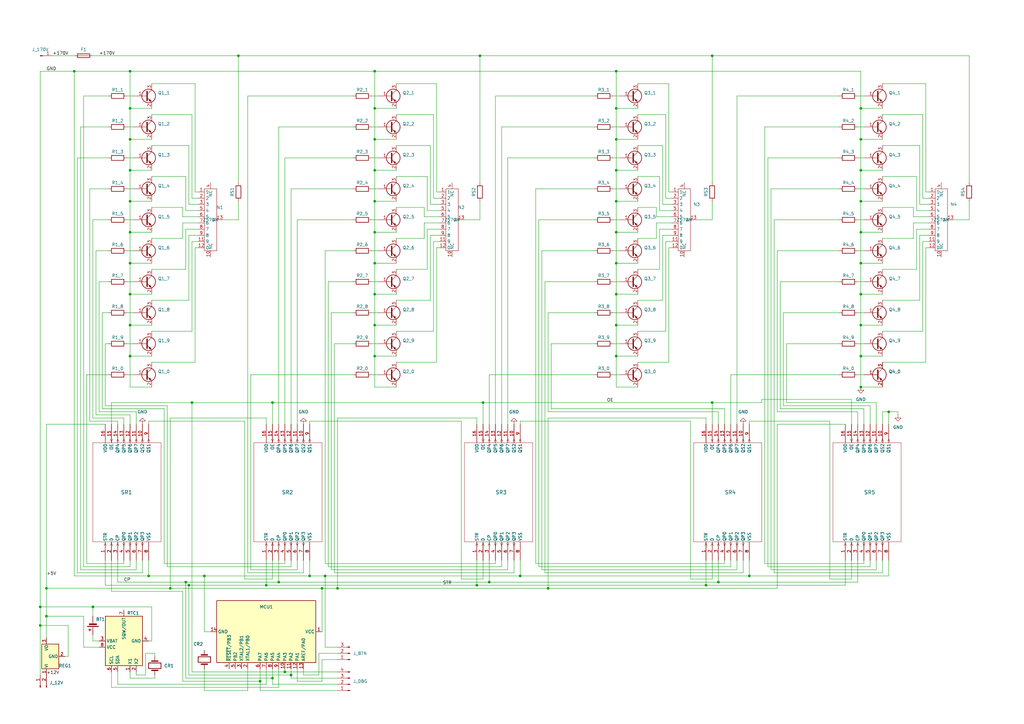
<source format=kicad_sch>
(kicad_sch (version 20230121) (generator eeschema)
  (paper "A3")
  (junction (at 97.79 22.86))
  (junction (at 364.49 168.91))
  (junction (at 294.64 238.76))
  (junction (at 153.67 146.05))
  (junction (at 127 236.22))
  (junction (at 252.73 120.65))
  (junction (at 106.68 279.4))
  (junction (at 353.06 120.65))
  (junction (at 353.06 44.45))
  (junction (at 353.06 95.25))
  (junction (at 19.05 252.73))
  (junction (at 53.34 95.25))
  (junction (at 353.06 146.05))
  (junction (at 116.84 275.59))
  (junction (at 196.85 22.86))
  (junction (at 153.67 69.85))
  (junction (at 200.66 238.76))
  (junction (at 53.34 69.85))
  (junction (at 111.76 165.1))
  (junction (at 53.34 146.05))
  (junction (at 153.67 82.55))
  (junction (at 132.08 241.3))
  (junction (at 53.34 107.95))
  (junction (at 353.06 133.35))
  (junction (at 153.67 29.21))
  (junction (at 292.1 22.86))
  (junction (at 138.43 241.3))
  (junction (at 69.85 241.3))
  (junction (at 53.34 57.15))
  (junction (at 153.67 107.95))
  (junction (at 195.58 240.03))
  (junction (at 153.67 120.65))
  (junction (at 153.67 95.25))
  (junction (at 53.34 82.55))
  (junction (at 307.34 236.22))
  (junction (at 114.3 238.76))
  (junction (at 252.73 107.95))
  (junction (at 109.22 240.03))
  (junction (at 198.12 165.1))
  (junction (at 252.73 146.05))
  (junction (at 77.47 240.03))
  (junction (at 19.05 241.3))
  (junction (at 289.56 240.03))
  (junction (at 153.67 44.45))
  (junction (at 153.67 57.15))
  (junction (at 153.67 133.35))
  (junction (at 213.36 236.22))
  (junction (at 133.35 236.22))
  (junction (at 53.34 133.35))
  (junction (at 78.74 165.1))
  (junction (at 252.73 95.25))
  (junction (at 16.51 256.54))
  (junction (at 16.51 248.92))
  (junction (at 252.73 133.35))
  (junction (at 83.82 236.22))
  (junction (at 353.06 69.85))
  (junction (at 119.38 276.86))
  (junction (at 252.73 57.15))
  (junction (at 224.79 241.3))
  (junction (at 53.34 29.21))
  (junction (at 53.34 120.65))
  (junction (at 292.1 165.1))
  (junction (at 252.73 29.21))
  (junction (at 353.06 158.75))
  (junction (at 353.06 57.15))
  (junction (at 252.73 69.85))
  (junction (at 30.48 29.21))
  (junction (at 60.96 236.22))
  (junction (at 353.06 82.55))
  (junction (at 76.2 238.76))
  (junction (at 111.76 278.13))
  (junction (at 252.73 44.45))
  (junction (at 53.34 44.45))
  (junction (at 38.1 248.92))
  (junction (at 252.73 82.55))
  (junction (at 353.06 107.95))
  (wire (pts (xy 77.47 123.19) (xy 77.47 96.52)))
  (wire (pts (xy 195.58 171.45) (xy 195.58 173.99)))
  (wire (pts (xy 353.06 146.05) (xy 353.06 158.75)))
  (wire (pts (xy 297.18 229.87) (xy 297.18 231.14)))
  (wire (pts (xy 307.34 173.99) (xy 307.34 172.72)))
  (wire (pts (xy 121.92 233.68) (xy 102.87 233.68)))
  (wire (pts (xy 275.59 88.9) (xy 269.24 88.9)))
  (wire (pts (xy 213.36 236.22) (xy 133.35 236.22)))
  (wire (pts (xy 294.64 229.87) (xy 294.64 238.76)))
  (wire (pts (xy 275.59 78.74) (xy 274.32 78.74)))
  (wire (pts (xy 196.85 82.55) (xy 196.85 90.17)))
  (wire (pts (xy 60.96 229.87) (xy 60.96 236.22)))
  (wire (pts (xy 53.34 95.25) (xy 53.34 107.95)))
  (wire (pts (xy 83.82 274.32) (xy 83.82 283.21)))
  (wire (pts (xy 374.65 91.44) (xy 374.65 97.79)))
  (wire (pts (xy 275.59 101.6) (xy 274.32 101.6)))
  (wire (pts (xy 318.77 168.91) (xy 318.77 102.87)))
  (wire (pts (xy 274.32 101.6) (xy 274.32 148.59)))
  (wire (pts (xy 381 101.6) (xy 379.73 101.6)))
  (wire (pts (xy 354.33 64.77) (xy 351.79 64.77)))
  (wire (pts (xy 381 93.98) (xy 375.92 93.98)))
  (wire (pts (xy 132.08 259.08) (xy 132.08 241.3)))
  (wire (pts (xy 26.67 269.24) (xy 27.94 269.24)))
  (wire (pts (xy 77.47 83.82) (xy 77.47 59.69)))
  (wire (pts (xy 269.24 91.44) (xy 269.24 97.79)))
  (wire (pts (xy 53.34 278.13) (xy 63.5 278.13)))
  (wire (pts (xy 208.28 233.68) (xy 135.89 233.68)))
  (wire (pts (xy 213.36 172.72) (xy 283.21 172.72)))
  (wire (pts (xy 38.1 248.92) (xy 62.23 248.92)))
  (wire (pts (xy 74.93 85.09) (xy 62.23 85.09)))
  (wire (pts (xy 361.95 97.79) (xy 374.65 97.79)))
  (wire (pts (xy 153.67 120.65) (xy 153.67 133.35)))
  (wire (pts (xy 223.52 115.57) (xy 223.52 234.95)))
  (wire (pts (xy 297.18 173.99) (xy 297.18 167.64)))
  (wire (pts (xy 74.93 242.57) (xy 74.93 279.4)))
  (wire (pts (xy 69.85 241.3) (xy 132.08 241.3)))
  (wire (pts (xy 353.06 69.85) (xy 353.06 82.55)))
  (wire (pts (xy 275.59 91.44) (xy 269.24 91.44)))
  (wire (pts (xy 175.26 93.98) (xy 180.34 93.98)))
  (wire (pts (xy 43.18 140.97) (xy 44.45 140.97)))
  (wire (pts (xy 53.34 29.21) (xy 53.34 44.45)))
  (wire (pts (xy 67.31 231.14) (xy 67.31 167.64)))
  (wire (pts (xy 377.19 59.69) (xy 361.95 59.69)))
  (wire (pts (xy 35.56 153.67) (xy 44.45 153.67)))
  (wire (pts (xy 153.67 82.55) (xy 153.67 95.25)))
  (wire (pts (xy 137.16 140.97) (xy 144.78 140.97)))
  (wire (pts (xy 55.88 173.99) (xy 55.88 168.91)))
  (wire (pts (xy 179.07 34.29) (xy 162.56 34.29)))
  (wire (pts (xy 198.12 165.1) (xy 292.1 165.1)))
  (wire (pts (xy 59.69 276.86) (xy 55.88 276.86)))
  (wire (pts (xy 62.23 135.89) (xy 78.74 135.89)))
  (wire (pts (xy 78.74 165.1) (xy 111.76 165.1)))
  (wire (pts (xy 200.66 153.67) (xy 243.84 153.67)))
  (wire (pts (xy 226.06 167.64) (xy 226.06 140.97)))
  (wire (pts (xy 289.56 229.87) (xy 289.56 240.03)))
  (wire (pts (xy 307.34 172.72) (xy 340.36 172.72)))
  (wire (pts (xy 208.28 173.99) (xy 208.28 64.77)))
  (wire (pts (xy 78.74 46.99) (xy 78.74 81.28)))
  (wire (pts (xy 78.74 165.1) (xy 78.74 275.59)))
  (wire (pts (xy 252.73 82.55) (xy 252.73 95.25)))
  (wire (pts (xy 38.1 22.86) (xy 97.79 22.86)))
  (wire (pts (xy 114.3 281.94) (xy 45.72 281.94)))
  (wire (pts (xy 77.47 240.03) (xy 77.47 276.86)))
  (wire (pts (xy 16.51 248.92) (xy 16.51 29.21)))
  (wire (pts (xy 377.19 123.19) (xy 361.95 123.19)))
  (wire (pts (xy 39.37 102.87) (xy 44.45 102.87)))
  (wire (pts (xy 205.74 173.99) (xy 205.74 52.07)))
  (wire (pts (xy 270.51 93.98) (xy 270.51 110.49)))
  (wire (pts (xy 205.74 52.07) (xy 243.84 52.07)))
  (wire (pts (xy 77.47 59.69) (xy 62.23 59.69)))
  (wire (pts (xy 353.06 57.15) (xy 361.95 57.15)))
  (wire (pts (xy 76.2 86.36) (xy 81.28 86.36)))
  (wire (pts (xy 132.08 270.51) (xy 132.08 279.4)))
  (wire (pts (xy 19.05 173.99) (xy 43.18 173.99)))
  (wire (pts (xy 354.33 77.47) (xy 351.79 77.47)))
  (wire (pts (xy 252.73 69.85) (xy 261.62 69.85)))
  (wire (pts (xy 55.88 229.87) (xy 55.88 233.68)))
  (wire (pts (xy 153.67 95.25) (xy 153.67 107.95)))
  (wire (pts (xy 173.99 91.44) (xy 173.99 97.79)))
  (wire (pts (xy 254 140.97) (xy 251.46 140.97)))
  (wire (pts (xy 33.02 52.07) (xy 44.45 52.07)))
  (wire (pts (xy 43.18 229.87) (xy 43.18 240.03)))
  (wire (pts (xy 34.29 252.73) (xy 19.05 252.73)))
  (wire (pts (xy 292.1 82.55) (xy 292.1 90.17)))
  (wire (pts (xy 317.5 234.95) (xy 317.5 90.17)))
  (wire (pts (xy 53.34 133.35) (xy 62.23 133.35)))
  (wire (pts (xy 361.95 168.91) (xy 364.49 168.91)))
  (wire (pts (xy 134.62 232.41) (xy 134.62 115.57)))
  (wire (pts (xy 252.73 44.45) (xy 261.62 44.45)))
  (wire (pts (xy 354.33 229.87) (xy 354.33 231.14)))
  (wire (pts (xy 223.52 115.57) (xy 243.84 115.57)))
  (wire (pts (xy 292.1 165.1) (xy 312.42 165.1)))
  (wire (pts (xy 27.94 256.54) (xy 16.51 256.54)))
  (wire (pts (xy 154.94 140.97) (xy 152.4 140.97)))
  (wire (pts (xy 63.5 267.97) (xy 59.69 267.97)))
  (wire (pts (xy 41.91 167.64) (xy 41.91 128.27)))
  (wire (pts (xy 153.67 146.05) (xy 162.56 146.05)))
  (wire (pts (xy 38.1 260.35) (xy 38.1 262.89)))
  (wire (pts (xy 314.96 232.41) (xy 314.96 64.77)))
  (wire (pts (xy 254 153.67) (xy 251.46 153.67)))
  (wire (pts (xy 154.94 115.57) (xy 152.4 115.57)))
  (wire (pts (xy 196.85 22.86) (xy 292.1 22.86)))
  (wire (pts (xy 54.61 140.97) (xy 52.07 140.97)))
  (wire (pts (xy 154.94 153.67) (xy 152.4 153.67)))
  (wire (pts (xy 299.72 232.41) (xy 220.98 232.41)))
  (wire (pts (xy 375.92 86.36) (xy 375.92 72.39)))
  (wire (pts (xy 100.33 172.72) (xy 100.33 237.49)))
  (wire (pts (xy 353.06 82.55) (xy 361.95 82.55)))
  (wire (pts (xy 312.42 163.83) (xy 349.25 163.83)))
  (wire (pts (xy 154.94 90.17) (xy 152.4 90.17)))
  (wire (pts (xy 97.79 22.86) (xy 196.85 22.86)))
  (wire (pts (xy 351.79 173.99) (xy 351.79 168.91)))
  (wire (pts (xy 38.1 248.92) (xy 16.51 248.92)))
  (wire (pts (xy 195.58 229.87) (xy 195.58 240.03)))
  (wire (pts (xy 153.67 95.25) (xy 162.56 95.25)))
  (wire (pts (xy 173.99 97.79) (xy 162.56 97.79)))
  (wire (pts (xy 354.33 231.14) (xy 313.69 231.14)))
  (wire (pts (xy 138.43 267.97) (xy 130.81 267.97)))
  (wire (pts (xy 114.3 52.07) (xy 144.78 52.07)))
  (wire (pts (xy 109.22 229.87) (xy 109.22 240.03)))
  (wire (pts (xy 375.92 110.49) (xy 361.95 110.49)))
  (wire (pts (xy 175.26 110.49) (xy 175.26 93.98)))
  (wire (pts (xy 83.82 236.22) (xy 60.96 236.22)))
  (wire (pts (xy 153.67 158.75) (xy 162.56 158.75)))
  (wire (pts (xy 317.5 90.17) (xy 344.17 90.17)))
  (wire (pts (xy 177.8 135.89) (xy 162.56 135.89)))
  (wire (pts (xy 124.46 276.86) (xy 130.81 276.86)))
  (wire (pts (xy 213.36 229.87) (xy 213.36 236.22)))
  (wire (pts (xy 111.76 165.1) (xy 111.76 173.99)))
  (wire (pts (xy 53.34 44.45) (xy 62.23 44.45)))
  (wire (pts (xy 153.67 146.05) (xy 153.67 158.75)))
  (wire (pts (xy 354.33 90.17) (xy 351.79 90.17)))
  (wire (pts (xy 252.73 57.15) (xy 252.73 69.85)))
  (wire (pts (xy 354.33 140.97) (xy 351.79 140.97)))
  (wire (pts (xy 340.36 237.49) (xy 349.25 237.49)))
  (wire (pts (xy 292.1 90.17) (xy 285.75 90.17)))
  (wire (pts (xy 53.34 146.05) (xy 62.23 146.05)))
  (wire (pts (xy 111.76 237.49) (xy 111.76 229.87)))
  (wire (pts (xy 53.34 107.95) (xy 62.23 107.95)))
  (wire (pts (xy 275.59 96.52) (xy 271.78 96.52)))
  (wire (pts (xy 354.33 115.57) (xy 351.79 115.57)))
  (wire (pts (xy 364.49 236.22) (xy 307.34 236.22)))
  (wire (pts (xy 121.92 279.4) (xy 121.92 274.32)))
  (wire (pts (xy 294.64 238.76) (xy 351.79 238.76)))
  (wire (pts (xy 127 173.99) (xy 127 172.72)))
  (wire (pts (xy 224.79 241.3) (xy 138.43 241.3)))
  (wire (pts (xy 101.6 39.37) (xy 144.78 39.37)))
  (wire (pts (xy 254 52.07) (xy 251.46 52.07)))
  (wire (pts (xy 361.95 229.87) (xy 361.95 234.95)))
  (wire (pts (xy 302.26 229.87) (xy 302.26 233.68)))
  (wire (pts (xy 31.75 64.77) (xy 44.45 64.77)))
  (wire (pts (xy 97.79 22.86) (xy 97.79 74.93)))
  (wire (pts (xy 381 99.06) (xy 378.46 99.06)))
  (wire (pts (xy 254 39.37) (xy 251.46 39.37)))
  (wire (pts (xy 78.74 99.06) (xy 78.74 135.89)))
  (wire (pts (xy 223.52 234.95) (xy 304.8 234.95)))
  (wire (pts (xy 109.22 240.03) (xy 195.58 240.03)))
  (wire (pts (xy 353.06 29.21) (xy 353.06 44.45)))
  (wire (pts (xy 224.79 168.91) (xy 294.64 168.91)))
  (wire (pts (xy 63.5 278.13) (xy 63.5 276.86)))
  (wire (pts (xy 203.2 231.14) (xy 133.35 231.14)))
  (wire (pts (xy 252.73 29.21) (xy 252.73 44.45)))
  (wire (pts (xy 271.78 123.19) (xy 261.62 123.19)))
  (wire (pts (xy 53.34 69.85) (xy 62.23 69.85)))
  (wire (pts (xy 106.68 283.21) (xy 106.68 279.4)))
  (wire (pts (xy 138.43 278.13) (xy 119.38 278.13)))
  (wire (pts (xy 30.48 236.22) (xy 30.48 29.21)))
  (wire (pts (xy 153.67 69.85) (xy 162.56 69.85)))
  (wire (pts (xy 109.22 274.32) (xy 109.22 280.67)))
  (wire (pts (xy 222.25 102.87) (xy 222.25 233.68)))
  (wire (pts (xy 127 229.87) (xy 127 236.22)))
  (wire (pts (xy 254 64.77) (xy 251.46 64.77)))
  (wire (pts (xy 45.72 173.99) (xy 45.72 165.1)))
  (wire (pts (xy 176.53 123.19) (xy 162.56 123.19)))
  (wire (pts (xy 224.79 171.45) (xy 224.79 241.3)))
  (wire (pts (xy 203.2 229.87) (xy 203.2 231.14)))
  (wire (pts (xy 124.46 229.87) (xy 124.46 234.95)))
  (wire (pts (xy 269.24 85.09) (xy 261.62 85.09)))
  (wire (pts (xy 381 91.44) (xy 374.65 91.44)))
  (wire (pts (xy 119.38 274.32) (xy 119.38 276.86)))
  (wire (pts (xy 173.99 85.09) (xy 173.99 88.9)))
  (wire (pts (xy 100.33 237.49) (xy 111.76 237.49)))
  (wire (pts (xy 354.33 128.27) (xy 351.79 128.27)))
  (wire (pts (xy 127 172.72) (xy 189.23 172.72)))
  (wire (pts (xy 80.01 101.6) (xy 81.28 101.6)))
  (wire (pts (xy 179.07 78.74) (xy 179.07 34.29)))
  (wire (pts (xy 307.34 236.22) (xy 213.36 236.22)))
  (wire (pts (xy 353.06 133.35) (xy 353.06 146.05)))
  (wire (pts (xy 81.28 88.9) (xy 74.93 88.9)))
  (wire (pts (xy 252.73 95.25) (xy 252.73 107.95)))
  (wire (pts (xy 133.35 102.87) (xy 144.78 102.87)))
  (wire (pts (xy 138.43 280.67) (xy 111.76 280.67)))
  (wire (pts (xy 53.34 120.65) (xy 62.23 120.65)))
  (wire (pts (xy 33.02 233.68) (xy 33.02 52.07)))
  (wire (pts (xy 313.69 52.07) (xy 344.17 52.07)))
  (wire (pts (xy 116.84 275.59) (xy 138.43 275.59)))
  (wire (pts (xy 275.59 99.06) (xy 273.05 99.06)))
  (wire (pts (xy 138.43 270.51) (xy 132.08 270.51)))
  (wire (pts (xy 153.67 120.65) (xy 162.56 120.65)))
  (wire (pts (xy 353.06 44.45) (xy 353.06 57.15)))
  (wire (pts (xy 377.19 96.52) (xy 377.19 123.19)))
  (wire (pts (xy 21.59 22.86) (xy 30.48 22.86)))
  (wire (pts (xy 67.31 167.64) (xy 41.91 167.64)))
  (wire (pts (xy 351.79 153.67) (xy 354.33 153.67)))
  (wire (pts (xy 254 102.87) (xy 251.46 102.87)))
  (wire (pts (xy 351.79 229.87) (xy 351.79 238.76)))
  (wire (pts (xy 153.67 133.35) (xy 153.67 146.05)))
  (wire (pts (xy 60.96 262.89) (xy 62.23 262.89)))
  (wire (pts (xy 270.51 110.49) (xy 261.62 110.49)))
  (wire (pts (xy 154.94 128.27) (xy 152.4 128.27)))
  (wire (pts (xy 40.64 265.43) (xy 34.29 265.43)))
  (wire (pts (xy 219.71 77.47) (xy 243.84 77.47)))
  (wire (pts (xy 299.72 229.87) (xy 299.72 232.41)))
  (wire (pts (xy 69.85 241.3) (xy 19.05 241.3)))
  (wire (pts (xy 321.31 128.27) (xy 344.17 128.27)))
  (wire (pts (xy 271.78 96.52) (xy 271.78 123.19)))
  (wire (pts (xy 213.36 173.99) (xy 213.36 172.72)))
  (wire (pts (xy 53.34 146.05) (xy 53.34 158.75)))
  (wire (pts (xy 179.07 101.6) (xy 179.07 148.59)))
  (wire (pts (xy 119.38 278.13) (xy 119.38 276.86)))
  (wire (pts (xy 397.51 90.17) (xy 391.16 90.17)))
  (wire (pts (xy 340.36 172.72) (xy 340.36 237.49)))
  (wire (pts (xy 374.65 85.09) (xy 361.95 85.09)))
  (wire (pts (xy 83.82 236.22) (xy 83.82 259.08)))
  (wire (pts (xy 55.88 275.59) (xy 55.88 276.86)))
  (wire (pts (xy 41.91 128.27) (xy 44.45 128.27)))
  (wire (pts (xy 97.79 82.55) (xy 97.79 90.17)))
  (wire (pts (xy 80.01 34.29) (xy 62.23 34.29)))
  (wire (pts (xy 224.79 168.91) (xy 224.79 128.27)))
  (wire (pts (xy 196.85 74.93) (xy 196.85 22.86)))
  (wire (pts (xy 381 88.9) (xy 374.65 88.9)))
  (wire (pts (xy 254 128.27) (xy 251.46 128.27)))
  (wire (pts (xy 109.22 171.45) (xy 109.22 173.99)))
  (wire (pts (xy 312.42 165.1) (xy 312.42 163.83)))
  (wire (pts (xy 307.34 229.87) (xy 307.34 236.22)))
  (wire (pts (xy 292.1 22.86) (xy 397.51 22.86)))
  (wire (pts (xy 378.46 81.28) (xy 378.46 46.99)))
  (wire (pts (xy 50.8 229.87) (xy 50.8 231.14)))
  (wire (pts (xy 252.73 95.25) (xy 261.62 95.25)))
  (wire (pts (xy 54.61 128.27) (xy 52.07 128.27)))
  (wire (pts (xy 54.61 77.47) (xy 52.07 77.47)))
  (wire (pts (xy 349.25 237.49) (xy 349.25 229.87)))
  (wire (pts (xy 154.94 39.37) (xy 152.4 39.37)))
  (wire (pts (xy 289.56 171.45) (xy 224.79 171.45)))
  (wire (pts (xy 138.43 265.43) (xy 133.35 265.43)))
  (wire (pts (xy 45.72 229.87) (xy 45.72 242.57)))
  (wire (pts (xy 189.23 237.49) (xy 198.12 237.49)))
  (wire (pts (xy 114.3 173.99) (xy 114.3 52.07)))
  (wire (pts (xy 54.61 64.77) (xy 52.07 64.77)))
  (wire (pts (xy 378.46 99.06) (xy 378.46 135.89)))
  (wire (pts (xy 349.25 163.83) (xy 349.25 173.99)))
  (wire (pts (xy 203.2 173.99) (xy 203.2 39.37)))
  (wire (pts (xy 97.79 90.17) (xy 91.44 90.17)))
  (wire (pts (xy 252.73 107.95) (xy 261.62 107.95)))
  (wire (pts (xy 354.33 39.37) (xy 351.79 39.37)))
  (wire (pts (xy 294.64 173.99) (xy 294.64 168.91)))
  (wire (pts (xy 313.69 231.14) (xy 313.69 52.07)))
  (wire (pts (xy 208.28 64.77) (xy 243.84 64.77)))
  (wire (pts (xy 351.79 168.91) (xy 318.77 168.91)))
  (wire (pts (xy 62.23 148.59) (xy 80.01 148.59)))
  (wire (pts (xy 177.8 99.06) (xy 177.8 135.89)))
  (wire (pts (xy 354.33 173.99) (xy 354.33 167.64)))
  (wire (pts (xy 38.1 171.45) (xy 38.1 90.17)))
  (wire (pts (xy 116.84 64.77) (xy 144.78 64.77)))
  (wire (pts (xy 177.8 46.99) (xy 177.8 81.28)))
  (wire (pts (xy 50.8 231.14) (xy 35.56 231.14)))
  (wire (pts (xy 53.34 69.85) (xy 53.34 82.55)))
  (wire (pts (xy 55.88 233.68) (xy 33.02 233.68)))
  (wire (pts (xy 153.67 29.21) (xy 252.73 29.21)))
  (wire (pts (xy 48.26 238.76) (xy 76.2 238.76)))
  (wire (pts (xy 322.58 165.1) (xy 359.41 165.1)))
  (wire (pts (xy 119.38 229.87) (xy 119.38 232.41)))
  (wire (pts (xy 19.05 261.62) (xy 19.05 252.73)))
  (wire (pts (xy 76.2 278.13) (xy 111.76 278.13)))
  (wire (pts (xy 356.87 173.99) (xy 356.87 166.37)))
  (wire (pts (xy 252.73 146.05) (xy 252.73 158.75)))
  (wire (pts (xy 381 83.82) (xy 377.19 83.82)))
  (wire (pts (xy 53.34 120.65) (xy 53.34 133.35)))
  (wire (pts (xy 35.56 231.14) (xy 35.56 153.67)))
  (wire (pts (xy 289.56 173.99) (xy 289.56 171.45)))
  (wire (pts (xy 196.85 90.17) (xy 190.5 90.17)))
  (wire (pts (xy 153.67 69.85) (xy 153.67 82.55)))
  (wire (pts (xy 133.35 231.14) (xy 133.35 102.87)))
  (wire (pts (xy 111.76 165.1) (xy 198.12 165.1)))
  (wire (pts (xy 359.41 233.68) (xy 316.23 233.68)))
  (wire (pts (xy 353.06 95.25) (xy 353.06 107.95)))
  (wire (pts (xy 77.47 276.86) (xy 119.38 276.86)))
  (wire (pts (xy 283.21 172.72) (xy 283.21 237.49)))
  (wire (pts (xy 302.26 233.68) (xy 222.25 233.68)))
  (wire (pts (xy 176.53 59.69) (xy 176.53 83.82)))
  (wire (pts (xy 38.1 90.17) (xy 44.45 90.17)))
  (wire (pts (xy 320.04 115.57) (xy 344.17 115.57)))
  (wire (pts (xy 297.18 167.64) (xy 226.06 167.64)))
  (wire (pts (xy 58.42 229.87) (xy 58.42 234.95)))
  (wire (pts (xy 179.07 148.59) (xy 162.56 148.59)))
  (wire (pts (xy 273.05 135.89) (xy 261.62 135.89)))
  (wire (pts (xy 19.05 252.73) (xy 19.05 241.3)))
  (wire (pts (xy 154.94 102.87) (xy 152.4 102.87)))
  (wire (pts (xy 48.26 173.99) (xy 48.26 172.72)))
  (wire (pts (xy 353.06 120.65) (xy 353.06 133.35)))
  (wire (pts (xy 375.92 72.39) (xy 361.95 72.39)))
  (wire (pts (xy 153.67 44.45) (xy 153.67 57.15)))
  (wire (pts (xy 54.61 90.17) (xy 52.07 90.17)))
  (wire (pts (xy 353.06 107.95) (xy 361.95 107.95)))
  (wire (pts (xy 124.46 274.32) (xy 124.46 276.86)))
  (wire (pts (xy 81.28 93.98) (xy 76.2 93.98)))
  (wire (pts (xy 124.46 234.95) (xy 101.6 234.95)))
  (wire (pts (xy 275.59 93.98) (xy 270.51 93.98)))
  (wire (pts (xy 54.61 153.67) (xy 52.07 153.67)))
  (wire (pts (xy 133.35 236.22) (xy 127 236.22)))
  (wire (pts (xy 316.23 77.47) (xy 344.17 77.47)))
  (wire (pts (xy 77.47 240.03) (xy 109.22 240.03)))
  (wire (pts (xy 43.18 240.03) (xy 77.47 240.03)))
  (wire (pts (xy 154.94 52.07) (xy 152.4 52.07)))
  (wire (pts (xy 320.04 167.64) (xy 320.04 115.57)))
  (wire (pts (xy 153.67 107.95) (xy 162.56 107.95)))
  (wire (pts (xy 116.84 173.99) (xy 116.84 64.77)))
  (wire (pts (xy 353.06 69.85) (xy 361.95 69.85)))
  (wire (pts (xy 381 81.28) (xy 378.46 81.28)))
  (wire (pts (xy 135.89 128.27) (xy 144.78 128.27)))
  (wire (pts (xy 27.94 269.24) (xy 27.94 256.54)))
  (wire (pts (xy 292.1 74.93) (xy 292.1 22.86)))
  (wire (pts (xy 53.34 107.95) (xy 53.34 120.65)))
  (wire (pts (xy 354.33 102.87) (xy 351.79 102.87)))
  (wire (pts (xy 16.51 276.86) (xy 16.51 256.54)))
  (wire (pts (xy 153.67 133.35) (xy 162.56 133.35)))
  (wire (pts (xy 53.34 82.55) (xy 53.34 95.25)))
  (wire (pts (xy 53.34 170.18) (xy 39.37 170.18)))
  (wire (pts (xy 162.56 46.99) (xy 177.8 46.99)))
  (wire (pts (xy 354.33 52.07) (xy 351.79 52.07)))
  (wire (pts (xy 361.95 173.99) (xy 361.95 168.91)))
  (wire (pts (xy 292.1 165.1) (xy 292.1 173.99)))
  (wire (pts (xy 78.74 81.28) (xy 81.28 81.28)))
  (wire (pts (xy 121.92 173.99) (xy 121.92 90.17)))
  (wire (pts (xy 195.58 171.45) (xy 138.43 171.45)))
  (wire (pts (xy 316.23 233.68) (xy 316.23 77.47)))
  (wire (pts (xy 381 86.36) (xy 375.92 86.36)))
  (wire (pts (xy 50.8 173.99) (xy 50.8 171.45)))
  (wire (pts (xy 114.3 274.32) (xy 114.3 281.94)))
  (wire (pts (xy 189.23 172.72) (xy 189.23 237.49)))
  (wire (pts (xy 354.33 167.64) (xy 320.04 167.64)))
  (wire (pts (xy 205.74 232.41) (xy 134.62 232.41)))
  (wire (pts (xy 109.22 171.45) (xy 69.85 171.45)))
  (wire (pts (xy 377.19 83.82) (xy 377.19 59.69)))
  (wire (pts (xy 200.66 173.99) (xy 200.66 153.67)))
  (wire (pts (xy 353.06 158.75) (xy 361.95 158.75)))
  (wire (pts (xy 198.12 165.1) (xy 198.12 173.99)))
  (wire (pts (xy 346.71 240.03) (xy 289.56 240.03)))
  (wire (pts (xy 40.64 168.91) (xy 40.64 115.57)))
  (wire (pts (xy 153.67 57.15) (xy 162.56 57.15)))
  (wire (pts (xy 353.06 120.65) (xy 361.95 120.65)))
  (wire (pts (xy 154.94 64.77) (xy 152.4 64.77)))
  (wire (pts (xy 378.46 135.89) (xy 361.95 135.89)))
  (wire (pts (xy 252.73 44.45) (xy 252.73 57.15)))
  (wire (pts (xy 356.87 166.37) (xy 321.31 166.37)))
  (wire (pts (xy 30.48 29.21) (xy 53.34 29.21)))
  (wire (pts (xy 138.43 171.45) (xy 138.43 241.3)))
  (wire (pts (xy 135.89 233.68) (xy 135.89 128.27)))
  (wire (pts (xy 38.1 262.89) (xy 40.64 262.89)))
  (wire (pts (xy 53.34 57.15) (xy 53.34 69.85)))
  (wire (pts (xy 180.34 96.52) (xy 176.53 96.52)))
  (wire (pts (xy 162.56 85.09) (xy 173.99 85.09)))
  (wire (pts (xy 62.23 262.89) (xy 62.23 248.92)))
  (wire (pts (xy 353.06 107.95) (xy 353.06 120.65)))
  (wire (pts (xy 53.34 275.59) (xy 53.34 278.13)))
  (wire (pts (xy 361.95 234.95) (xy 317.5 234.95)))
  (wire (pts (xy 76.2 238.76) (xy 76.2 278.13)))
  (wire (pts (xy 119.38 232.41) (xy 68.58 232.41)))
  (wire (pts (xy 220.98 90.17) (xy 220.98 232.41)))
  (wire (pts (xy 275.59 83.82) (xy 271.78 83.82)))
  (wire (pts (xy 52.07 52.07) (xy 54.61 52.07)))
  (wire (pts (xy 198.12 237.49) (xy 198.12 229.87)))
  (wire (pts (xy 318.77 173.99) (xy 318.77 241.3)))
  (wire (pts (xy 69.85 171.45) (xy 69.85 241.3)))
  (wire (pts (xy 397.51 74.93) (xy 397.51 22.86)))
  (wire (pts (xy 270.51 86.36) (xy 275.59 86.36)))
  (wire (pts (xy 274.32 78.74) (xy 274.32 34.29)))
  (wire (pts (xy 39.37 170.18) (xy 39.37 102.87)))
  (wire (pts (xy 283.21 237.49) (xy 292.1 237.49)))
  (wire (pts (xy 379.73 78.74) (xy 381 78.74)))
  (wire (pts (xy 180.34 101.6) (xy 179.07 101.6)))
  (wire (pts (xy 252.73 69.85) (xy 252.73 82.55)))
  (wire (pts (xy 261.62 46.99) (xy 273.05 46.99)))
  (wire (pts (xy 34.29 39.37) (xy 44.45 39.37)))
  (wire (pts (xy 60.96 173.99) (xy 60.96 172.72)))
  (wire (pts (xy 60.96 236.22) (xy 30.48 236.22)))
  (wire (pts (xy 83.82 283.21) (xy 101.6 283.21)))
  (wire (pts (xy 252.73 120.65) (xy 261.62 120.65)))
  (wire (pts (xy 138.43 283.21) (xy 106.68 283.21)))
  (wire (pts (xy 62.23 72.39) (xy 76.2 72.39)))
  (wire (pts (xy 364.49 168.91) (xy 368.3 168.91)))
  (wire (pts (xy 53.34 133.35) (xy 53.34 146.05)))
  (wire (pts (xy 361.95 34.29) (xy 379.73 34.29)))
  (wire (pts (xy 63.5 269.24) (xy 63.5 267.97)))
  (wire (pts (xy 252.73 158.75) (xy 261.62 158.75)))
  (wire (pts (xy 111.76 278.13) (xy 111.76 274.32)))
  (wire (pts (xy 180.34 91.44) (xy 173.99 91.44)))
  (wire (pts (xy 137.16 234.95) (xy 137.16 140.97)))
  (wire (pts (xy 45.72 281.94) (xy 45.72 275.59)))
  (wire (pts (xy 254 90.17) (xy 251.46 90.17)))
  (wire (pts (xy 111.76 280.67) (xy 111.76 278.13)))
  (wire (pts (xy 224.79 128.27) (xy 243.84 128.27)))
  (wire (pts (xy 302.26 39.37) (xy 344.17 39.37)))
  (wire (pts (xy 76.2 72.39) (xy 76.2 86.36)))
  (wire (pts (xy 86.36 259.08) (xy 83.82 259.08)))
  (wire (pts (xy 54.61 102.87) (xy 52.07 102.87)))
  (wire (pts (xy 48.26 229.87) (xy 48.26 238.76)))
  (wire (pts (xy 36.83 172.72) (xy 36.83 77.47)))
  (wire (pts (xy 195.58 240.03) (xy 289.56 240.03)))
  (wire (pts (xy 200.66 238.76) (xy 294.64 238.76)))
  (wire (pts (xy 252.73 82.55) (xy 261.62 82.55)))
  (wire (pts (xy 121.92 229.87) (xy 121.92 233.68)))
  (wire (pts (xy 62.23 46.99) (xy 78.74 46.99)))
  (wire (pts (xy 58.42 234.95) (xy 31.75 234.95)))
  (wire (pts (xy 43.18 166.37) (xy 43.18 140.97)))
  (wire (pts (xy 34.29 265.43) (xy 34.29 252.73)))
  (wire (pts (xy 274.32 148.59) (xy 261.62 148.59)))
  (wire (pts (xy 38.1 248.92) (xy 38.1 252.73)))
  (wire (pts (xy 304.8 234.95) (xy 304.8 229.87)))
  (wire (pts (xy 53.34 173.99) (xy 53.34 170.18)))
  (wire (pts (xy 81.28 99.06) (xy 78.74 99.06)))
  (wire (pts (xy 180.34 78.74) (xy 179.07 78.74)))
  (wire (pts (xy 374.65 88.9) (xy 374.65 85.09)))
  (wire (pts (xy 364.49 168.91) (xy 364.49 173.99)))
  (wire (pts (xy 397.51 82.55) (xy 397.51 90.17)))
  (wire (pts (xy 269.24 88.9) (xy 269.24 85.09)))
  (wire (pts (xy 322.58 140.97) (xy 322.58 165.1)))
  (wire (pts (xy 153.67 57.15) (xy 153.67 69.85)))
  (wire (pts (xy 205.74 229.87) (xy 205.74 232.41)))
  (wire (pts (xy 346.71 229.87) (xy 346.71 240.03)))
  (wire (pts (xy 176.53 96.52) (xy 176.53 123.19)))
  (wire (pts (xy 379.73 101.6) (xy 379.73 148.59)))
  (wire (pts (xy 271.78 59.69) (xy 261.62 59.69)))
  (wire (pts (xy 31.75 234.95) (xy 31.75 64.77)))
  (wire (pts (xy 53.34 229.87) (xy 53.34 232.41)))
  (wire (pts (xy 81.28 78.74) (xy 80.01 78.74)))
  (wire (pts (xy 353.06 57.15) (xy 353.06 69.85)))
  (wire (pts (xy 53.34 158.75) (xy 62.23 158.75)))
  (wire (pts (xy 45.72 242.57) (xy 74.93 242.57)))
  (wire (pts (xy 36.83 77.47) (xy 44.45 77.47)))
  (wire (pts (xy 59.69 267.97) (xy 59.69 276.86)))
  (wire (pts (xy 273.05 46.99) (xy 273.05 81.28)))
  (wire (pts (xy 292.1 237.49) (xy 292.1 229.87)))
  (wire (pts (xy 132.08 241.3) (xy 138.43 241.3)))
  (wire (pts (xy 252.73 146.05) (xy 261.62 146.05)))
  (wire (pts (xy 375.92 93.98) (xy 375.92 110.49)))
  (wire (pts (xy 379.73 34.29) (xy 379.73 78.74)))
  (wire (pts (xy 48.26 172.72) (xy 36.83 172.72)))
  (wire (pts (xy 54.61 115.57) (xy 52.07 115.57)))
  (wire (pts (xy 53.34 232.41) (xy 34.29 232.41)))
  (wire (pts (xy 359.41 165.1) (xy 359.41 173.99)))
  (wire (pts (xy 346.71 173.99) (xy 318.77 173.99)))
  (wire (pts (xy 378.46 46.99) (xy 361.95 46.99)))
  (wire (pts (xy 297.18 231.14) (xy 219.71 231.14)))
  (wire (pts (xy 80.01 148.59) (xy 80.01 101.6)))
  (wire (pts (xy 318.77 102.87) (xy 344.17 102.87)))
  (wire (pts (xy 314.96 64.77) (xy 344.17 64.77)))
  (wire (pts (xy 219.71 77.47) (xy 219.71 231.14)))
  (wire (pts (xy 53.34 82.55) (xy 62.23 82.55)))
  (wire (pts (xy 252.73 107.95) (xy 252.73 120.65)))
  (wire (pts (xy 16.51 248.92) (xy 16.51 256.54)))
  (wire (pts (xy 78.74 275.59) (xy 116.84 275.59)))
  (wire (pts (xy 226.06 140.97) (xy 243.84 140.97)))
  (wire (pts (xy 68.58 166.37) (xy 43.18 166.37)))
  (wire (pts (xy 368.3 168.91) (xy 368.3 170.18)))
  (wire (pts (xy 252.73 120.65) (xy 252.73 133.35)))
  (wire (pts (xy 175.26 86.36) (xy 180.34 86.36)))
  (wire (pts (xy 81.28 83.82) (xy 77.47 83.82)))
  (wire (pts (xy 173.99 88.9) (xy 180.34 88.9)))
  (wire (pts (xy 302.26 39.37) (xy 302.26 173.99)))
  (wire (pts (xy 106.68 274.32) (xy 106.68 279.4)))
  (wire (pts (xy 76.2 93.98) (xy 76.2 110.49)))
  (wire (pts (xy 40.64 115.57) (xy 44.45 115.57)))
  (wire (pts (xy 109.22 280.67) (xy 48.26 280.67)))
  (wire (pts (xy 62.23 123.19) (xy 77.47 123.19)))
  (wire (pts (xy 353.06 95.25) (xy 361.95 95.25)))
  (wire (pts (xy 153.67 107.95) (xy 153.67 120.65)))
  (wire (pts (xy 356.87 229.87) (xy 356.87 232.41)))
  (wire (pts (xy 356.87 232.41) (xy 314.96 232.41)))
  (wire (pts (xy 381 96.52) (xy 377.19 96.52)))
  (wire (pts (xy 261.62 57.15) (xy 252.73 57.15)))
  (wire (pts (xy 80.01 78.74) (xy 80.01 34.29)))
  (wire (pts (xy 153.67 44.45) (xy 162.56 44.45)))
  (wire (pts (xy 114.3 238.76) (xy 200.66 238.76)))
  (wire (pts (xy 62.23 97.79) (xy 74.93 97.79)))
  (wire (pts (xy 180.34 99.06) (xy 177.8 99.06)))
  (wire (pts (xy 222.25 102.87) (xy 243.84 102.87)))
  (wire (pts (xy 74.93 97.79) (xy 74.93 91.44)))
  (wire (pts (xy 353.06 133.35) (xy 361.95 133.35)))
  (wire (pts (xy 153.67 82.55) (xy 162.56 82.55)))
  (wire (pts (xy 132.08 279.4) (xy 121.92 279.4)))
  (wire (pts (xy 53.34 44.45) (xy 53.34 57.15)))
  (wire (pts (xy 74.93 91.44) (xy 81.28 91.44)))
  (wire (pts (xy 54.61 39.37) (xy 52.07 39.37)))
  (wire (pts (xy 101.6 283.21) (xy 101.6 274.32)))
  (wire (pts (xy 116.84 229.87) (xy 116.84 231.14)))
  (wire (pts (xy 273.05 99.06) (xy 273.05 135.89)))
  (wire (pts (xy 210.82 234.95) (xy 137.16 234.95)))
  (wire (pts (xy 102.87 153.67) (xy 144.78 153.67)))
  (wire (pts (xy 153.67 29.21) (xy 153.67 44.45)))
  (wire (pts (xy 252.73 29.21) (xy 353.06 29.21)))
  (wire (pts (xy 162.56 72.39) (xy 175.26 72.39)))
  (wire (pts (xy 162.56 59.69) (xy 176.53 59.69)))
  (wire (pts (xy 299.72 153.67) (xy 344.17 153.67)))
  (wire (pts (xy 252.73 146.05) (xy 252.73 133.35)))
  (wire (pts (xy 76.2 238.76) (xy 114.3 238.76)))
  (wire (pts (xy 353.06 44.45) (xy 361.95 44.45)))
  (wire (pts (xy 74.93 88.9) (xy 74.93 85.09)))
  (wire (pts (xy 359.41 229.87) (xy 359.41 233.68)))
  (wire (pts (xy 127 236.22) (xy 83.82 236.22)))
  (wire (pts (xy 68.58 232.41) (xy 68.58 166.37)))
  (wire (pts (xy 114.3 229.87) (xy 114.3 238.76)))
  (wire (pts (xy 200.66 229.87) (xy 200.66 238.76)))
  (wire (pts (xy 203.2 39.37) (xy 243.84 39.37)))
  (wire (pts (xy 133.35 236.22) (xy 133.35 265.43)))
  (wire (pts (xy 53.34 29.21) (xy 153.67 29.21)))
  (wire (pts (xy 274.32 34.29) (xy 261.62 34.29)))
  (wire (pts (xy 271.78 83.82) (xy 271.78 59.69)))
  (wire (pts (xy 34.29 232.41) (xy 34.29 39.37)))
  (wire (pts (xy 76.2 110.49) (xy 62.23 110.49)))
  (wire (pts (xy 130.81 267.97) (xy 130.81 276.86)))
  (wire (pts (xy 119.38 173.99) (xy 119.38 77.47)))
  (wire (pts (xy 299.72 173.99) (xy 299.72 153.67)))
  (wire (pts (xy 210.82 229.87) (xy 210.82 234.95)))
  (wire (pts (xy 16.51 29.21) (xy 30.48 29.21)))
  (wire (pts (xy 55.88 168.91) (xy 40.64 168.91)))
  (wire (pts (xy 119.38 77.47) (xy 144.78 77.47)))
  (wire (pts (xy 134.62 115.57) (xy 144.78 115.57)))
  (wire (pts (xy 77.47 96.52) (xy 81.28 96.52)))
  (wire (pts (xy 364.49 229.87) (xy 364.49 236.22)))
  (wire (pts (xy 353.06 146.05) (xy 361.95 146.05)))
  (wire (pts (xy 48.26 280.67) (xy 48.26 275.59)))
  (wire (pts (xy 208.28 229.87) (xy 208.28 233.68)))
  (wire (pts (xy 162.56 110.49) (xy 175.26 110.49)))
  (wire (pts (xy 270.51 72.39) (xy 270.51 86.36)))
  (wire (pts (xy 252.73 133.35) (xy 261.62 133.35)))
  (wire (pts (xy 154.94 77.47) (xy 152.4 77.47)))
  (wire (pts (xy 74.93 279.4) (xy 106.68 279.4)))
  (wire (pts (xy 273.05 81.28) (xy 275.59 81.28)))
  (wire (pts (xy 353.06 82.55) (xy 353.06 95.25)))
  (wire (pts (xy 379.73 148.59) (xy 361.95 148.59)))
  (wire (pts (xy 116.84 231.14) (xy 67.31 231.14)))
  (wire (pts (xy 176.53 83.82) (xy 180.34 83.82)))
  (wire (pts (xy 121.92 90.17) (xy 144.78 90.17)))
  (wire (pts (xy 19.05 241.3) (xy 19.05 173.99)))
  (wire (pts (xy 175.26 72.39) (xy 175.26 86.36)))
  (wire (pts (xy 101.6 234.95) (xy 101.6 39.37)))
  (wire (pts (xy 224.79 241.3) (xy 318.77 241.3)))
  (wire (pts (xy 53.34 57.15) (xy 62.23 57.15)))
  (wire (pts (xy 53.34 95.25) (xy 62.23 95.25)))
  (wire (pts (xy 116.84 274.32) (xy 116.84 275.59)))
  (wire (pts (xy 269.24 97.79) (xy 261.62 97.79)))
  (wire (pts (xy 177.8 81.28) (xy 180.34 81.28)))
  (wire (pts (xy 321.31 166.37) (xy 321.31 128.27)))
  (wire (pts (xy 254 77.47) (xy 251.46 77.47)))
  (wire (pts (xy 50.8 171.45) (xy 38.1 171.45)))
  (wire (pts (xy 251.46 115.57) (xy 254 115.57)))
  (wire (pts (xy 102.87 233.68) (xy 102.87 153.67)))
  (wire (pts (xy 60.96 172.72) (xy 100.33 172.72)))
  (wire (pts (xy 45.72 165.1) (xy 78.74 165.1)))
  (wire (pts (xy 220.98 90.17) (xy 243.84 90.17)))
  (wire (pts (xy 344.17 140.97) (xy 322.58 140.97)))
  (wire (pts (xy 261.62 72.39) (xy 270.51 72.39)))
  (label "+170V" (at 21.59 22.86 0))
  (label "OE" (at 248.92 165.1 0))
  (label "STR" (at 181.61 240.03 0))
  (label "GND" (at 19.05 29.21 0))
  (label "+12V" (at 19.05 276.86 0))
  (label "+5V" (at 19.05 236.22 0))
  (label "+170V" (at 40.64 22.86 0))
  (label "CP" (at 50.8 238.76 0))
  (symbol (lib_id "power:GND") (at 124.46 173.99 180) (unit 1)
    (property "Reference" "#PWR05" (effects hide))
    (property "Value" "GND" (at 124.46 168.91 0))
  )
  (symbol (lib_id "NixieClock:Z570M") (at 185.42 90.17 0) (unit 1)
    (property "Reference" "N2" (at 189.23 85.09 0))
    (property "Value" "Z570M" (at 185.42 90.17 0))
    (property "Footprint" "NixieClock:Z570M" (effects hide))
  )
  (symbol (lib_id "Device:R") (at 347.98 52.07 90) (unit 1)
    (property "Reference" "R4_2" (at 347.98 49.53 90))
    (property "Value" "5K1" (effects hide))
    (property "Footprint" "Resistor_SMD:R_1206_3216Metric_Pad1.30x1.75mm_HandSolder" (effects hide))
  )
  (symbol (lib_id "Device:R") (at 347.98 39.37 90) (unit 1)
    (property "Reference" "R4_1" (at 347.98 36.83 90))
    (property "Value" "5K1" (effects hide))
    (property "Footprint" "Resistor_SMD:R_1206_3216Metric_Pad1.30x1.75mm_HandSolder" (effects hide))
  )
  (symbol (lib_id "Transistor_BJT:BC807") (at 359.41 52.07 0) (unit 1)
    (property "Reference" "Q4_2" (at 364.49 50.8 0) (effects (justify left)))
    (property "Value" "BC807" (effects hide))
    (property "Footprint" "Package_TO_SOT_SMD:SOT-23_Handsoldering" (effects hide))
    (property "Datasheet" "https://www.onsemi.com/pub/Collateral/BC808-D.pdf" (effects hide))
  )
  (symbol (lib_id "Transistor_BJT:BC807") (at 359.41 64.77 0) (unit 1)
    (property "Reference" "Q4_3" (at 364.49 63.5 0) (effects (justify left)))
    (property "Value" "BC807" (effects hide))
    (property "Footprint" "Package_TO_SOT_SMD:SOT-23_Handsoldering" (effects hide))
    (property "Datasheet" "https://www.onsemi.com/pub/Collateral/BC808-D.pdf" (effects hide))
  )
  (symbol (lib_id "Device:R") (at 148.59 52.07 90) (unit 1)
    (property "Reference" "R2_2" (at 148.59 49.53 90))
    (property "Value" "5K1" (effects hide))
    (property "Footprint" "Resistor_SMD:R_1206_3216Metric_Pad1.30x1.75mm_HandSolder" (effects hide))
  )
  (symbol (lib_id "power:GND") (at 368.3 170.18 0) (unit 1)
    (property "Reference" "#PWR02" (effects hide))
    (property "Value" "GND" (at 368.3 175.26 0))
  )
  (symbol (lib_id "Transistor_BJT:BC807") (at 59.69 115.57 0) (unit 1)
    (property "Reference" "Q1_7" (at 64.77 114.3 0) (effects (justify left)))
    (property "Value" "BC807" (effects hide))
    (property "Footprint" "Package_TO_SOT_SMD:SOT-23_Handsoldering" (effects hide))
    (property "Datasheet" "https://www.onsemi.com/pub/Collateral/BC808-D.pdf" (effects hide))
  )
  (symbol (lib_id "Transistor_BJT:BC807") (at 160.02 128.27 0) (unit 1)
    (property "Reference" "Q2_8" (at 165.1 127 0) (effects (justify left)))
    (property "Value" "BC807" (effects hide))
    (property "Footprint" "Package_TO_SOT_SMD:SOT-23_Handsoldering" (effects hide))
    (property "Datasheet" "https://www.onsemi.com/pub/Collateral/BC808-D.pdf" (effects hide))
  )
  (symbol (lib_id "Device:R") (at 347.98 115.57 90) (unit 1)
    (property "Reference" "R4_7" (at 347.98 113.03 90))
    (property "Value" "5K1" (effects hide))
    (property "Footprint" "Resistor_SMD:R_1206_3216Metric_Pad1.30x1.75mm_HandSolder" (effects hide))
  )
  (symbol (lib_id "Device:R") (at 48.26 102.87 90) (unit 1)
    (property "Reference" "R1_6" (at 48.26 100.33 90))
    (property "Value" "5K1" (effects hide))
    (property "Footprint" "Resistor_SMD:R_1206_3216Metric_Pad1.30x1.75mm_HandSolder" (effects hide))
  )
  (symbol (lib_id "Device:R") (at 148.59 102.87 90) (unit 1)
    (property "Reference" "R2_6" (at 148.59 100.33 90))
    (property "Value" "5K1" (effects hide))
    (property "Footprint" "Resistor_SMD:R_1206_3216Metric_Pad1.30x1.75mm_HandSolder" (effects hide))
  )
  (symbol (lib_id "Device:R") (at 48.26 153.67 90) (unit 1)
    (property "Reference" "R1_0" (at 48.26 151.13 90))
    (property "Value" "5K1" (effects hide))
    (property "Footprint" "Resistor_SMD:R_1206_3216Metric_Pad1.30x1.75mm_HandSolder" (effects hide))
  )
  (symbol (lib_id "Transistor_BJT:BC807") (at 59.69 77.47 0) (unit 1)
    (property "Reference" "Q1_4" (at 64.77 76.2 0) (effects (justify left)))
    (property "Value" "BC807" (effects hide))
    (property "Footprint" "Package_TO_SOT_SMD:SOT-23_Handsoldering" (effects hide))
    (property "Datasheet" "https://www.onsemi.com/pub/Collateral/BC808-D.pdf" (effects hide))
  )
  (symbol (lib_id "NixieClock:Z570M") (at 280.67 90.17 0) (unit 1)
    (property "Reference" "N3" (at 285.75 83.82 0))
    (property "Value" "Z570M" (at 280.67 90.17 0))
    (property "Footprint" "NixieClock:Z570M" (effects hide))
  )
  (symbol (lib_id "Transistor_BJT:BC807") (at 160.02 140.97 0) (unit 1)
    (property "Reference" "Q2_9" (at 165.1 139.7 0) (effects (justify left)))
    (property "Value" "BC807" (effects hide))
    (property "Footprint" "Package_TO_SOT_SMD:SOT-23_Handsoldering" (effects hide))
    (property "Datasheet" "https://www.onsemi.com/pub/Collateral/BC808-D.pdf" (effects hide))
  )
  (symbol (lib_id "Transistor_BJT:BC807") (at 259.08 153.67 0) (unit 1)
    (property "Reference" "Q3_0" (at 264.16 152.4 0) (effects (justify left)))
    (property "Value" "BC807" (effects hide))
    (property "Footprint" "Package_TO_SOT_SMD:SOT-23_Handsoldering" (effects hide))
    (property "Datasheet" "https://www.onsemi.com/pub/Collateral/BC808-D.pdf" (effects hide))
  )
  (symbol (lib_id "Device:Fuse") (at 34.29 22.86 90) (unit 1)
    (property "Reference" "F1" (at 34.29 20.32 90))
    (property "Value" "250V/0.5A" (effects hide))
    (property "Footprint" "NixieClock:Breaker_Holder_5x20" (effects hide))
  )
  (symbol (lib_id "MCU_Microchip_ATtiny:ATtiny24A-SS") (at 109.22 259.08 270) (unit 1)
    (property "Reference" "MCU1" (at 109.22 248.92 90))
    (property "Value" "ATtiny24A-SS" (effects hide))
    (property "Footprint" "Package_SO:SOIC-14_3.9x8.7mm_P1.27mm" (effects hide))
    (property "Datasheet" "http://ww1.microchip.com/downloads/en/DeviceDoc/doc8183.pdf" (effects hide))
  )
  (symbol (lib_id "Device:R") (at 148.59 115.57 90) (unit 1)
    (property "Reference" "R2_7" (at 148.59 113.03 90))
    (property "Value" "5K1" (effects hide))
    (property "Footprint" "Resistor_SMD:R_1206_3216Metric_Pad1.30x1.75mm_HandSolder" (effects hide))
  )
  (symbol (lib_id "Transistor_BJT:BC807") (at 359.41 128.27 0) (unit 1)
    (property "Reference" "Q4_8" (at 364.49 127 0) (effects (justify left)))
    (property "Value" "BC807" (effects hide))
    (property "Footprint" "Package_TO_SOT_SMD:SOT-23_Handsoldering" (effects hide))
    (property "Datasheet" "https://www.onsemi.com/pub/Collateral/BC808-D.pdf" (effects hide))
  )
  (symbol (lib_id "Transistor_BJT:BC807") (at 160.02 77.47 0) (unit 1)
    (property "Reference" "Q2_4" (at 165.1 76.2 0) (effects (justify left)))
    (property "Value" "BC807" (effects hide))
    (property "Footprint" "Package_TO_SOT_SMD:SOT-23_Handsoldering" (effects hide))
    (property "Datasheet" "https://www.onsemi.com/pub/Collateral/BC808-D.pdf" (effects hide))
  )
  (symbol (lib_id "Transistor_BJT:BC807") (at 259.08 39.37 0) (unit 1)
    (property "Reference" "Q3_1" (at 264.16 38.1 0) (effects (justify left)))
    (property "Value" "BC807" (effects hide))
    (property "Footprint" "Package_TO_SOT_SMD:SOT-23_Handsoldering" (effects hide))
    (property "Datasheet" "https://www.onsemi.com/pub/Collateral/BC808-D.pdf" (effects hide))
  )
  (symbol (lib_id "Device:R") (at 148.59 90.17 90) (unit 1)
    (property "Reference" "R2_5" (at 148.59 87.63 90))
    (property "Value" "5K1" (effects hide))
    (property "Footprint" "Resistor_SMD:R_1206_3216Metric_Pad1.30x1.75mm_HandSolder" (effects hide))
  )
  (symbol (lib_id "Device:R") (at 347.98 90.17 90) (unit 1)
    (property "Reference" "R4_5" (at 347.98 87.63 90))
    (property "Value" "5K1" (effects hide))
    (property "Footprint" "Resistor_SMD:R_1206_3216Metric_Pad1.30x1.75mm_HandSolder" (effects hide))
  )
  (symbol (lib_id "Regulator_Linear:LF50_TO252") (at 19.05 269.24 90) (unit 1)
    (property "Reference" "REG1" (at 29.21 273.05 90) (effects (justify left)))
    (property "Value" "LF50CDT-TR" (effects hide))
    (property "Footprint" "Package_TO_SOT_SMD:TO-252-2" (effects hide))
    (property "Datasheet" "http://www.st.com/content/ccc/resource/technical/document/datasheet/c4/0e/7e/2a/be/bc/4c/bd/CD00000546.pdf/files/CD00000546.pdf/jcr:content/translations/en.CD00000546.pdf" (effects hide))
  )
  (symbol (lib_id "NixieClock:HEF4094BT") (at 346.71 229.87 90) (unit 1)
    (property "Reference" "SR5" (at 354.33 201.93 90) (effects (font (size 1.524 1.524)) (justify right)))
    (property "Value" "HEF4094BT" (effects hide))
    (property "Footprint" "SOT109-1_NXP" (effects hide))
    (property "Datasheet" "HEF4094BT" (effects hide))
  )
  (symbol (lib_id "Transistor_BJT:BC807") (at 359.41 153.67 0) (unit 1)
    (property "Reference" "Q4_0" (at 364.49 152.4 0) (effects (justify left)))
    (property "Value" "BC807" (effects hide))
    (property "Footprint" "Package_TO_SOT_SMD:SOT-23_Handsoldering" (effects hide))
    (property "Datasheet" "https://www.onsemi.com/pub/Collateral/BC808-D.pdf" (effects hide))
  )
  (symbol (lib_id "Transistor_BJT:BC807") (at 259.08 140.97 0) (unit 1)
    (property "Reference" "Q3_9" (at 264.16 139.7 0) (effects (justify left)))
    (property "Value" "BC807" (effects hide))
    (property "Footprint" "Package_TO_SOT_SMD:SOT-23_Handsoldering" (effects hide))
    (property "Datasheet" "https://www.onsemi.com/pub/Collateral/BC808-D.pdf" (effects hide))
  )
  (symbol (lib_id "Device:R") (at 48.26 140.97 90) (unit 1)
    (property "Reference" "R1_9" (at 48.26 138.43 90))
    (property "Value" "5K1" (effects hide))
    (property "Footprint" "Resistor_SMD:R_1206_3216Metric_Pad1.30x1.75mm_HandSolder" (effects hide))
  )
  (symbol (lib_id "Device:R") (at 48.26 39.37 90) (unit 1)
    (property "Reference" "R1_1" (at 48.26 36.83 90))
    (property "Value" "5K1" (effects hide))
    (property "Footprint" "Resistor_SMD:R_1206_3216Metric_Pad1.30x1.75mm_HandSolder" (effects hide))
  )
  (symbol (lib_id "Connector:Conn_01x02_Pin") (at 16.51 281.94 90) (unit 1)
    (property "Reference" "J_12V" (at 20.32 280.035 90) (effects (justify right)))
    (property "Value" "Conn_01x02_Pin" (effects hide))
    (property "Footprint" "Connector_PinHeader_2.00mm:PinHeader_1x02_P2.00mm_Vertical" (effects hide))
  )
  (symbol (lib_id "Transistor_BJT:BC807") (at 259.08 64.77 0) (unit 1)
    (property "Reference" "Q3_3" (at 264.16 63.5 0) (effects (justify left)))
    (property "Value" "BC807" (effects hide))
    (property "Footprint" "Package_TO_SOT_SMD:SOT-23_Handsoldering" (effects hide))
    (property "Datasheet" "https://www.onsemi.com/pub/Collateral/BC808-D.pdf" (effects hide))
  )
  (symbol (lib_id "Transistor_BJT:BC807") (at 359.41 102.87 0) (unit 1)
    (property "Reference" "Q4_6" (at 364.49 101.6 0) (effects (justify left)))
    (property "Value" "BC807" (effects hide))
    (property "Footprint" "Package_TO_SOT_SMD:SOT-23_Handsoldering" (effects hide))
    (property "Datasheet" "https://www.onsemi.com/pub/Collateral/BC808-D.pdf" (effects hide))
  )
  (symbol (lib_id "Device:R") (at 148.59 140.97 90) (unit 1)
    (property "Reference" "R2_9" (at 148.59 138.43 90))
    (property "Value" "5K1" (effects hide))
    (property "Footprint" "Resistor_SMD:R_1206_3216Metric_Pad1.30x1.75mm_HandSolder" (effects hide))
  )
  (symbol (lib_id "Transistor_BJT:BC807") (at 59.69 102.87 0) (unit 1)
    (property "Reference" "Q1_6" (at 64.77 101.6 0) (effects (justify left)))
    (property "Value" "BC807" (effects hide))
    (property "Footprint" "Package_TO_SOT_SMD:SOT-23_Handsoldering" (effects hide))
    (property "Datasheet" "https://www.onsemi.com/pub/Collateral/BC808-D.pdf" (effects hide))
  )
  (symbol (lib_id "power:GND") (at 210.82 173.99 180) (unit 1)
    (property "Reference" "#PWR04" (effects hide))
    (property "Value" "GND" (at 210.82 168.91 0))
  )
  (symbol (lib_id "Transistor_BJT:BC807") (at 59.69 39.37 0) (unit 1)
    (property "Reference" "Q1_1" (at 64.77 38.1 0) (effects (justify left)))
    (property "Value" "BC807" (effects hide))
    (property "Footprint" "Package_TO_SOT_SMD:SOT-23_Handsoldering" (effects hide))
    (property "Datasheet" "https://www.onsemi.com/pub/Collateral/BC808-D.pdf" (effects hide))
  )
  (symbol (lib_id "NixieClock:Z570M") (at 86.36 90.17 0) (unit 1)
    (property "Reference" "N1" (at 90.17 85.09 0))
    (property "Value" "Z570M" (at 86.36 90.17 0))
    (property "Footprint" "NixieClock:Z570M" (effects hide))
  )
  (symbol (lib_id "Transistor_BJT:BC807") (at 359.41 140.97 0) (unit 1)
    (property "Reference" "Q4_9" (at 364.49 139.7 0) (effects (justify left)))
    (property "Value" "BC807" (effects hide))
    (property "Footprint" "Package_TO_SOT_SMD:SOT-23_Handsoldering" (effects hide))
    (property "Datasheet" "https://www.onsemi.com/pub/Collateral/BC808-D.pdf" (effects hide))
  )
  (symbol (lib_id "Device:R") (at 247.65 115.57 90) (unit 1)
    (property "Reference" "R3_7" (at 247.65 113.03 90))
    (property "Value" "5K1" (effects hide))
    (property "Footprint" "Resistor_SMD:R_1206_3216Metric_Pad1.30x1.75mm_HandSolder" (effects hide))
  )
  (symbol (lib_id "Transistor_BJT:BC807") (at 160.02 102.87 0) (unit 1)
    (property "Reference" "Q2_6" (at 165.1 101.6 0) (effects (justify left)))
    (property "Value" "BC807" (effects hide))
    (property "Footprint" "Package_TO_SOT_SMD:SOT-23_Handsoldering" (effects hide))
    (property "Datasheet" "https://www.onsemi.com/pub/Collateral/BC808-D.pdf" (effects hide))
  )
  (symbol (lib_id "NixieClock:HEF4094BT") (at 195.58 229.87 90) (unit 1)
    (property "Reference" "SR3" (at 203.2 201.93 90) (effects (font (size 1.524 1.524)) (justify right)))
    (property "Value" "HEF4094BT" (effects hide))
    (property "Footprint" "SOT109-1_NXP" (effects hide))
    (property "Datasheet" "HEF4094BT" (effects hide))
  )
  (symbol (lib_id "Transistor_BJT:BC807") (at 59.69 52.07 0) (unit 1)
    (property "Reference" "Q1_2" (at 64.77 50.8 0) (effects (justify left)))
    (property "Value" "BC807" (effects hide))
    (property "Footprint" "Package_TO_SOT_SMD:SOT-23_Handsoldering" (effects hide))
    (property "Datasheet" "https://www.onsemi.com/pub/Collateral/BC808-D.pdf" (effects hide))
  )
  (symbol (lib_id "Device:R") (at 247.65 128.27 90) (unit 1)
    (property "Reference" "R3_8" (at 247.65 125.73 90))
    (property "Value" "5K1" (effects hide))
    (property "Footprint" "Resistor_SMD:R_1206_3216Metric_Pad1.30x1.75mm_HandSolder" (effects hide))
  )
  (symbol (lib_id "Transistor_BJT:BC807") (at 59.69 140.97 0) (unit 1)
    (property "Reference" "Q1_9" (at 64.77 139.7 0) (effects (justify left)))
    (property "Value" "BC807" (effects hide))
    (property "Footprint" "Package_TO_SOT_SMD:SOT-23_Handsoldering" (effects hide))
    (property "Datasheet" "https://www.onsemi.com/pub/Collateral/BC808-D.pdf" (effects hide))
  )
  (symbol (lib_id "power:GND") (at 58.42 173.99 180) (unit 1)
    (property "Reference" "#PWR06" (effects hide))
    (property "Value" "GND" (at 58.42 168.91 0))
  )
  (symbol (lib_id "Transistor_BJT:BC807") (at 259.08 128.27 0) (unit 1)
    (property "Reference" "Q3_8" (at 264.16 127 0) (effects (justify left)))
    (property "Value" "BC807" (effects hide))
    (property "Footprint" "Package_TO_SOT_SMD:SOT-23_Handsoldering" (effects hide))
    (property "Datasheet" "https://www.onsemi.com/pub/Collateral/BC808-D.pdf" (effects hide))
  )
  (symbol (lib_id "Device:R") (at 292.1 78.74 180) (unit 1)
    (property "Reference" "RS3" (at 289.56 78.74 90))
    (property "Value" "82K" (effects hide))
    (property "Footprint" "Resistor_SMD:R_1206_3216Metric_Pad1.30x1.75mm_HandSolder" (effects hide))
  )
  (symbol (lib_id "Device:Battery_Cell") (at 38.1 255.27 180) (unit 1)
    (property "Reference" "BT1" (at 39.37 254 0) (effects (justify right)))
    (property "Value" "CR2032" (effects hide))
    (property "Footprint" "NixieClock:CR20_holder" (effects hide))
  )
  (symbol (lib_id "Transistor_BJT:BC807") (at 160.02 64.77 0) (unit 1)
    (property "Reference" "Q2_3" (at 165.1 63.5 0) (effects (justify left)))
    (property "Value" "BC807" (effects hide))
    (property "Footprint" "Package_TO_SOT_SMD:SOT-23_Handsoldering" (effects hide))
    (property "Datasheet" "https://www.onsemi.com/pub/Collateral/BC808-D.pdf" (effects hide))
  )
  (symbol (lib_id "Timer_RTC:DS1307+") (at 50.8 262.89 90) (unit 1)
    (property "Reference" "RTC1" (at 54.61 251.46 90))
    (property "Value" "DS1307+" (effects hide))
    (property "Footprint" "Package_DIP:DIP-8_W7.62mm_SMDSocket_SmallPads" (effects hide))
    (property "Datasheet" "https://datasheets.maximintegrated.com/en/ds/DS1307.pdf" (effects hide))
  )
  (symbol (lib_id "Device:R") (at 148.59 153.67 90) (unit 1)
    (property "Reference" "R2_0" (at 148.59 151.13 90))
    (property "Value" "5K1" (effects hide))
    (property "Footprint" "Resistor_SMD:R_1206_3216Metric_Pad1.30x1.75mm_HandSolder" (effects hide))
  )
  (symbol (lib_id "Device:R") (at 347.98 64.77 90) (unit 1)
    (property "Reference" "R4_3" (at 347.98 62.23 90))
    (property "Value" "5K1" (effects hide))
    (property "Footprint" "Resistor_SMD:R_1206_3216Metric_Pad1.30x1.75mm_HandSolder" (effects hide))
  )
  (symbol (lib_id "Device:R") (at 148.59 39.37 90) (unit 1)
    (property "Reference" "R2_1" (at 148.59 36.83 90))
    (property "Value" "5K1" (effects hide))
    (property "Footprint" "Resistor_SMD:R_1206_3216Metric_Pad1.30x1.75mm_HandSolder" (effects hide))
  )
  (symbol (lib_id "Device:R") (at 48.26 77.47 90) (unit 1)
    (property "Reference" "R1_4" (at 48.26 74.93 90))
    (property "Value" "5K1" (effects hide))
    (property "Footprint" "Resistor_SMD:R_1206_3216Metric_Pad1.30x1.75mm_HandSolder" (effects hide))
  )
  (symbol (lib_id "Device:R") (at 48.26 115.57 90) (unit 1)
    (property "Reference" "R1_7" (at 48.26 113.03 90))
    (property "Value" "5K1" (effects hide))
    (property "Footprint" "Resistor_SMD:R_1206_3216Metric_Pad1.30x1.75mm_HandSolder" (effects hide))
  )
  (symbol (lib_id "Transistor_BJT:BC807") (at 160.02 39.37 0) (unit 1)
    (property "Reference" "Q2_1" (at 165.1 38.1 0) (effects (justify left)))
    (property "Value" "BC807" (effects hide))
    (property "Footprint" "Package_TO_SOT_SMD:SOT-23_Handsoldering" (effects hide))
    (property "Datasheet" "https://www.onsemi.com/pub/Collateral/BC808-D.pdf" (effects hide))
  )
  (symbol (lib_id "Transistor_BJT:BC807") (at 160.02 90.17 0) (unit 1)
    (property "Reference" "Q2_5" (at 165.1 88.9 0) (effects (justify left)))
    (property "Value" "BC807" (effects hide))
    (property "Footprint" "Package_TO_SOT_SMD:SOT-23_Handsoldering" (effects hide))
    (property "Datasheet" "https://www.onsemi.com/pub/Collateral/BC808-D.pdf" (effects hide))
  )
  (symbol (lib_id "Transistor_BJT:BC807") (at 59.69 64.77 0) (unit 1)
    (property "Reference" "Q1_3" (at 64.77 63.5 0) (effects (justify left)))
    (property "Value" "BC807" (effects hide))
    (property "Footprint" "Package_TO_SOT_SMD:SOT-23_Handsoldering" (effects hide))
    (property "Datasheet" "https://www.onsemi.com/pub/Collateral/BC808-D.pdf" (effects hide))
  )
  (symbol (lib_id "Device:R") (at 48.26 90.17 90) (unit 1)
    (property "Reference" "R1_5" (at 48.26 87.63 90))
    (property "Value" "5K1" (effects hide))
    (property "Footprint" "Resistor_SMD:R_1206_3216Metric_Pad1.30x1.75mm_HandSolder" (effects hide))
  )
  (symbol (lib_id "Device:R") (at 148.59 77.47 90) (unit 1)
    (property "Reference" "R2_4" (at 148.59 74.93 90))
    (property "Value" "5K1" (effects hide))
    (property "Footprint" "Resistor_SMD:R_1206_3216Metric_Pad1.30x1.75mm_HandSolder" (effects hide))
  )
  (symbol (lib_id "Device:R") (at 247.65 64.77 90) (unit 1)
    (property "Reference" "R3_3" (at 247.65 62.23 90))
    (property "Value" "5K1" (effects hide))
    (property "Footprint" "Resistor_SMD:R_1206_3216Metric_Pad1.30x1.75mm_HandSolder" (effects hide))
  )
  (symbol (lib_id "Transistor_BJT:BC807") (at 259.08 52.07 0) (unit 1)
    (property "Reference" "Q3_2" (at 264.16 50.8 0) (effects (justify left)))
    (property "Value" "BC807" (effects hide))
    (property "Footprint" "Package_TO_SOT_SMD:SOT-23_Handsoldering" (effects hide))
    (property "Datasheet" "https://www.onsemi.com/pub/Collateral/BC808-D.pdf" (effects hide))
  )
  (symbol (lib_id "Transistor_BJT:BC807") (at 359.41 115.57 0) (unit 1)
    (property "Reference" "Q4_7" (at 364.49 114.3 0) (effects (justify left)))
    (property "Value" "BC807" (effects hide))
    (property "Footprint" "Package_TO_SOT_SMD:SOT-23_Handsoldering" (effects hide))
    (property "Datasheet" "https://www.onsemi.com/pub/Collateral/BC808-D.pdf" (effects hide))
  )
  (symbol (lib_id "Device:R") (at 347.98 140.97 90) (unit 1)
    (property "Reference" "R4_9" (at 347.98 138.43 90))
    (property "Value" "5K1" (effects hide))
    (property "Footprint" "Resistor_SMD:R_1206_3216Metric_Pad1.30x1.75mm_HandSolder" (effects hide))
  )
  (symbol (lib_id "Device:R") (at 247.65 140.97 90) (unit 1)
    (property "Reference" "R3_9" (at 247.65 138.43 90))
    (property "Value" "5K1" (effects hide))
    (property "Footprint" "Resistor_SMD:R_1206_3216Metric_Pad1.30x1.75mm_HandSolder" (effects hide))
  )
  (symbol (lib_id "Transistor_BJT:BC807") (at 59.69 90.17 0) (unit 1)
    (property "Reference" "Q1_5" (at 64.77 88.9 0) (effects (justify left)))
    (property "Value" "BC807" (effects hide))
    (property "Footprint" "Package_TO_SOT_SMD:SOT-23_Handsoldering" (effects hide))
    (property "Datasheet" "https://www.onsemi.com/pub/Collateral/BC808-D.pdf" (effects hide))
  )
  (symbol (lib_id "Transistor_BJT:BC807") (at 160.02 153.67 0) (unit 1)
    (property "Reference" "Q2_0" (at 165.1 152.4 0) (effects (justify left)))
    (property "Value" "BC807" (effects hide))
    (property "Footprint" "Package_TO_SOT_SMD:SOT-23_Handsoldering" (effects hide))
    (property "Datasheet" "https://www.onsemi.com/pub/Collateral/BC808-D.pdf" (effects hide))
  )
  (symbol (lib_id "Transistor_BJT:BC807") (at 259.08 102.87 0) (unit 1)
    (property "Reference" "Q3_6" (at 264.16 101.6 0) (effects (justify left)))
    (property "Value" "BC807" (effects hide))
    (property "Footprint" "Package_TO_SOT_SMD:SOT-23_Handsoldering" (effects hide))
    (property "Datasheet" "https://www.onsemi.com/pub/Collateral/BC808-D.pdf" (effects hide))
  )
  (symbol (lib_id "Connector:Conn_01x04_Pin") (at 143.51 280.67 180) (unit 1)
    (property "Reference" "J_DBG" (at 144.78 279.4 0) (effects (justify right)))
    (property "Value" "Conn_01x04_Pin" (effects hide))
    (property "Footprint" "Connector_PinHeader_2.00mm:PinHeader_1x04_P2.00mm_Vertical" (effects hide))
  )
  (symbol (lib_id "NixieClock:HEF4094BT") (at 109.22 229.87 90) (unit 1)
    (property "Reference" "SR2" (at 115.57 201.93 90) (effects (font (size 1.524 1.524)) (justify right)))
    (property "Value" "HEF4094BT" (effects hide))
    (property "Footprint" "SOT109-1_NXP" (effects hide))
    (property "Datasheet" "HEF4094BT" (effects hide))
  )
  (symbol (lib_id "NixieClock:Z570M") (at 386.08 90.17 0) (unit 1)
    (property "Reference" "N4" (at 391.16 83.82 0))
    (property "Value" "Z570M" (at 386.08 90.17 0))
    (property "Footprint" "NixieClock:Z570M" (effects hide))
  )
  (symbol (lib_id "Device:R") (at 48.26 52.07 90) (unit 1)
    (property "Reference" "R1_2" (at 48.26 49.53 90))
    (property "Value" "5K1" (effects hide))
    (property "Footprint" "Resistor_SMD:R_1206_3216Metric_Pad1.30x1.75mm_HandSolder" (effects hide))
  )
  (symbol (lib_id "Transistor_BJT:BC807") (at 259.08 77.47 0) (unit 1)
    (property "Reference" "Q3_4" (at 264.16 76.2 0) (effects (justify left)))
    (property "Value" "BC807" (effects hide))
    (property "Footprint" "Package_TO_SOT_SMD:SOT-23_Handsoldering" (effects hide))
    (property "Datasheet" "https://www.onsemi.com/pub/Collateral/BC808-D.pdf" (effects hide))
  )
  (symbol (lib_id "Device:R") (at 247.65 39.37 90) (unit 1)
    (property "Reference" "R3_1" (at 247.65 36.83 90))
    (property "Value" "5K1" (effects hide))
    (property "Footprint" "Resistor_SMD:R_1206_3216Metric_Pad1.30x1.75mm_HandSolder" (effects hide))
  )
  (symbol (lib_id "Device:R") (at 48.26 64.77 90) (unit 1)
    (property "Reference" "R1_3" (at 48.26 62.23 90))
    (property "Value" "5K1" (effects hide))
    (property "Footprint" "Resistor_SMD:R_1206_3216Metric_Pad1.30x1.75mm_HandSolder" (effects hide))
  )
  (symbol (lib_id "Device:R") (at 347.98 153.67 90) (unit 1)
    (property "Reference" "R4_0" (at 347.98 151.13 90))
    (property "Value" "5K1" (effects hide))
    (property "Footprint" "Resistor_SMD:R_1206_3216Metric_Pad1.30x1.75mm_HandSolder" (effects hide))
  )
  (symbol (lib_id "Device:R") (at 397.51 78.74 180) (unit 1)
    (property "Reference" "RS4" (at 394.97 78.74 90))
    (property "Value" "82K" (effects hide))
    (property "Footprint" "Resistor_SMD:R_1206_3216Metric_Pad1.30x1.75mm_HandSolder" (effects hide))
  )
  (symbol (lib_id "Device:R") (at 196.85 78.74 180) (unit 1)
    (property "Reference" "RS2" (at 194.31 78.74 90))
    (property "Value" "82K" (effects hide))
    (property "Footprint" "Resistor_SMD:R_1206_3216Metric_Pad1.30x1.75mm_HandSolder" (effects hide))
  )
  (symbol (lib_id "Connector:Conn_01x01_Pin") (at 16.51 22.86 0) (unit 1)
    (property "Reference" "J_170V" (at 16.51 20.32 0))
    (property "Value" "Conn_01x01_Pin" (effects hide))
    (property "Footprint" "Connector_PinHeader_2.00mm:PinHeader_1x01_P2.00mm_Vertical" (effects hide))
  )
  (symbol (lib_id "Device:R") (at 247.65 90.17 90) (unit 1)
    (property "Reference" "R3_5" (at 247.65 87.63 90))
    (property "Value" "5K1" (effects hide))
    (property "Footprint" "Resistor_SMD:R_1206_3216Metric_Pad1.30x1.75mm_HandSolder" (effects hide))
  )
  (symbol (lib_id "Transistor_BJT:BC807") (at 259.08 115.57 0) (unit 1)
    (property "Reference" "Q3_7" (at 264.16 114.3 0) (effects (justify left)))
    (property "Value" "BC807" (effects hide))
    (property "Footprint" "Package_TO_SOT_SMD:SOT-23_Handsoldering" (effects hide))
    (property "Datasheet" "https://www.onsemi.com/pub/Collateral/BC808-D.pdf" (effects hide))
  )
  (symbol (lib_id "Device:R") (at 247.65 52.07 90) (unit 1)
    (property "Reference" "R3_2" (at 247.65 49.53 90))
    (property "Value" "5K1" (effects hide))
    (property "Footprint" "Resistor_SMD:R_1206_3216Metric_Pad1.30x1.75mm_HandSolder" (effects hide))
  )
  (symbol (lib_id "power:GND") (at 304.8 173.99 180) (unit 1)
    (property "Reference" "#PWR03" (effects hide))
    (property "Value" "GND" (at 304.8 168.91 0))
  )
  (symbol (lib_id "Device:Crystal") (at 83.82 270.51 90) (unit 1)
    (property "Reference" "CR2" (at 81.28 264.16 90))
    (property "Value" "10MHz" (effects hide))
    (property "Footprint" "Crystal:Crystal_SMD_HC49-SD_HandSoldering" (effects hide))
  )
  (symbol (lib_id "Device:R") (at 48.26 128.27 90) (unit 1)
    (property "Reference" "R1_8" (at 48.26 125.73 90))
    (property "Value" "5K1" (effects hide))
    (property "Footprint" "Resistor_SMD:R_1206_3216Metric_Pad1.30x1.75mm_HandSolder" (effects hide))
  )
  (symbol (lib_id "Device:R") (at 347.98 102.87 90) (unit 1)
    (property "Reference" "R4_6" (at 347.98 100.33 90))
    (property "Value" "5K1" (effects hide))
    (property "Footprint" "Resistor_SMD:R_1206_3216Metric_Pad1.30x1.75mm_HandSolder" (effects hide))
  )
  (symbol (lib_id "Device:R") (at 148.59 128.27 90) (unit 1)
    (property "Reference" "R2_8" (at 148.59 125.73 90))
    (property "Value" "5K1" (effects hide))
    (property "Footprint" "Resistor_SMD:R_1206_3216Metric_Pad1.30x1.75mm_HandSolder" (effects hide))
  )
  (symbol (lib_id "Transistor_BJT:BC807") (at 359.41 39.37 0) (unit 1)
    (property "Reference" "Q4_1" (at 364.49 38.1 0) (effects (justify left)))
    (property "Value" "BC807" (effects hide))
    (property "Footprint" "Package_TO_SOT_SMD:SOT-23_Handsoldering" (effects hide))
    (property "Datasheet" "https://www.onsemi.com/pub/Collateral/BC808-D.pdf" (effects hide))
  )
  (symbol (lib_id "Connector:Conn_01x03_Pin") (at 143.51 267.97 180) (unit 1)
    (property "Reference" "J_BTN" (at 144.78 267.97 0) (effects (justify right)))
    (property "Value" "Conn_01x03_Pin" (effects hide))
    (property "Footprint" "Connector_PinHeader_2.00mm:PinHeader_1x03_P2.00mm_Vertical" (effects hide))
  )
  (symbol (lib_id "power:GND") (at 353.06 158.75 0) (unit 1)
    (property "Reference" "#PWR01" (effects hide))
    (property "Value" "GND" (at 353.06 163.83 0))
  )
  (symbol (lib_id "Device:R") (at 97.79 78.74 180) (unit 1)
    (property "Reference" "RS1" (at 95.25 78.74 90))
    (property "Value" "82K" (effects hide))
    (property "Footprint" "Resistor_SMD:R_1206_3216Metric_Pad1.30x1.75mm_HandSolder" (effects hide))
  )
  (symbol (lib_id "NixieClock:HEF4094BT") (at 289.56 229.87 90) (unit 1)
    (property "Reference" "SR4" (at 297.18 201.93 90) (effects (font (size 1.524 1.524)) (justify right)))
    (property "Value" "HEF4094BT" (effects hide))
    (property "Footprint" "SOT109-1_NXP" (effects hide))
    (property "Datasheet" "HEF4094BT" (effects hide))
  )
  (symbol (lib_id "Device:R") (at 247.65 77.47 90) (unit 1)
    (property "Reference" "R3_4" (at 247.65 74.93 90))
    (property "Value" "5K1" (effects hide))
    (property "Footprint" "Resistor_SMD:R_1206_3216Metric_Pad1.30x1.75mm_HandSolder" (effects hide))
  )
  (symbol (lib_id "Device:R") (at 347.98 77.47 90) (unit 1)
    (property "Reference" "R4_4" (at 347.98 74.93 90))
    (property "Value" "5K1" (effects hide))
    (property "Footprint" "Resistor_SMD:R_1206_3216Metric_Pad1.30x1.75mm_HandSolder" (effects hide))
  )
  (symbol (lib_id "Device:R") (at 347.98 128.27 90) (unit 1)
    (property "Reference" "R4_8" (at 347.98 125.73 90))
    (property "Value" "5K1" (effects hide))
    (property "Footprint" "Resistor_SMD:R_1206_3216Metric_Pad1.30x1.75mm_HandSolder" (effects hide))
  )
  (symbol (lib_id "Device:R") (at 148.59 64.77 90) (unit 1)
    (property "Reference" "R2_3" (at 148.59 62.23 90))
    (property "Value" "5K1" (effects hide))
    (property "Footprint" "Resistor_SMD:R_1206_3216Metric_Pad1.30x1.75mm_HandSolder" (effects hide))
  )
  (symbol (lib_id "Device:R") (at 247.65 153.67 90) (unit 1)
    (property "Reference" "R3_0" (at 247.65 151.13 90))
    (property "Value" "5K1" (effects hide))
    (property "Footprint" "Resistor_SMD:R_1206_3216Metric_Pad1.30x1.75mm_HandSolder" (effects hide))
  )
  (symbol (lib_id "Transistor_BJT:BC807") (at 259.08 90.17 0) (unit 1)
    (property "Reference" "Q3_5" (at 264.16 88.9 0) (effects (justify left)))
    (property "Value" "BC807" (effects hide))
    (property "Footprint" "Package_TO_SOT_SMD:SOT-23_Handsoldering" (effects hide))
    (property "Datasheet" "https://www.onsemi.com/pub/Collateral/BC808-D.pdf" (effects hide))
  )
  (symbol (lib_id "Transistor_BJT:BC807") (at 59.69 153.67 0) (unit 1)
    (property "Reference" "Q1_0" (at 64.77 152.4 0) (effects (justify left)))
    (property "Value" "BC807" (effects hide))
    (property "Footprint" "Package_TO_SOT_SMD:SOT-23_Handsoldering" (effects hide))
    (property "Datasheet" "https://www.onsemi.com/pub/Collateral/BC808-D.pdf" (effects hide))
  )
  (symbol (lib_id "Transistor_BJT:BC807") (at 359.41 77.47 0) (unit 1)
    (property "Reference" "Q4_4" (at 364.49 76.2 0) (effects (justify left)))
    (property "Value" "BC807" (effects hide))
    (property "Footprint" "Package_TO_SOT_SMD:SOT-23_Handsoldering" (effects hide))
    (property "Datasheet" "https://www.onsemi.com/pub/Collateral/BC808-D.pdf" (effects hide))
  )
  (symbol (lib_id "Transistor_BJT:BC807") (at 359.41 90.17 0) (unit 1)
    (property "Reference" "Q4_5" (at 364.49 88.9 0) (effects (justify left)))
    (property "Value" "BC807" (effects hide))
    (property "Footprint" "Package_TO_SOT_SMD:SOT-23_Handsoldering" (effects hide))
    (property "Datasheet" "https://www.onsemi.com/pub/Collateral/BC808-D.pdf" (effects hide))
  )
  (symbol (lib_id "NixieClock:HEF4094BT") (at 43.18 229.87 90) (unit 1)
    (property "Reference" "SR1" (at 49.53 201.93 90) (effects (font (size 1.524 1.524)) (justify right)))
    (property "Value" "HEF4094BT" (effects hide))
    (property "Footprint" "SOT109-1_NXP" (effects hide))
    (property "Datasheet" "HEF4094BT" (effects hide))
  )
  (symbol (lib_id "Device:R") (at 247.65 102.87 90) (unit 1)
    (property "Reference" "R3_6" (at 247.65 100.33 90))
    (property "Value" "5K1" (effects hide))
    (property "Footprint" "Resistor_SMD:R_1206_3216Metric_Pad1.30x1.75mm_HandSolder" (effects hide))
  )
  (symbol (lib_id "Device:Crystal") (at 63.5 273.05 90) (unit 1)
    (property "Reference" "CR1" (at 67.31 273.05 90) (effects (justify right)))
    (property "Value" "32,768KHz" (effects hide))
  )
  (symbol (lib_id "Transistor_BJT:BC807") (at 160.02 52.07 0) (unit 1)
    (property "Reference" "Q2_2" (at 165.1 50.8 0) (effects (justify left)))
    (property "Value" "BC807" (effects hide))
    (property "Footprint" "Package_TO_SOT_SMD:SOT-23_Handsoldering" (effects hide))
    (property "Datasheet" "https://www.onsemi.com/pub/Collateral/BC808-D.pdf" (effects hide))
  )
  (symbol (lib_id "Transistor_BJT:BC807") (at 59.69 128.27 0) (unit 1)
    (property "Reference" "Q1_8" (at 64.77 127 0) (effects (justify left)))
    (property "Value" "BC807" (effects hide))
    (property "Footprint" "Package_TO_SOT_SMD:SOT-23_Handsoldering" (effects hide))
    (property "Datasheet" "https://www.onsemi.com/pub/Collateral/BC808-D.pdf" (effects hide))
  )
  (symbol (lib_id "Transistor_BJT:BC807") (at 160.02 115.57 0) (unit 1)
    (property "Reference" "Q2_7" (at 165.1 114.3 0) (effects (justify left)))
    (property "Value" "BC807" (effects hide))
    (property "Footprint" "Package_TO_SOT_SMD:SOT-23_Handsoldering" (effects hide))
    (property "Datasheet" "https://www.onsemi.com/pub/Collateral/BC808-D.pdf" (effects hide))
  )
)
</source>
